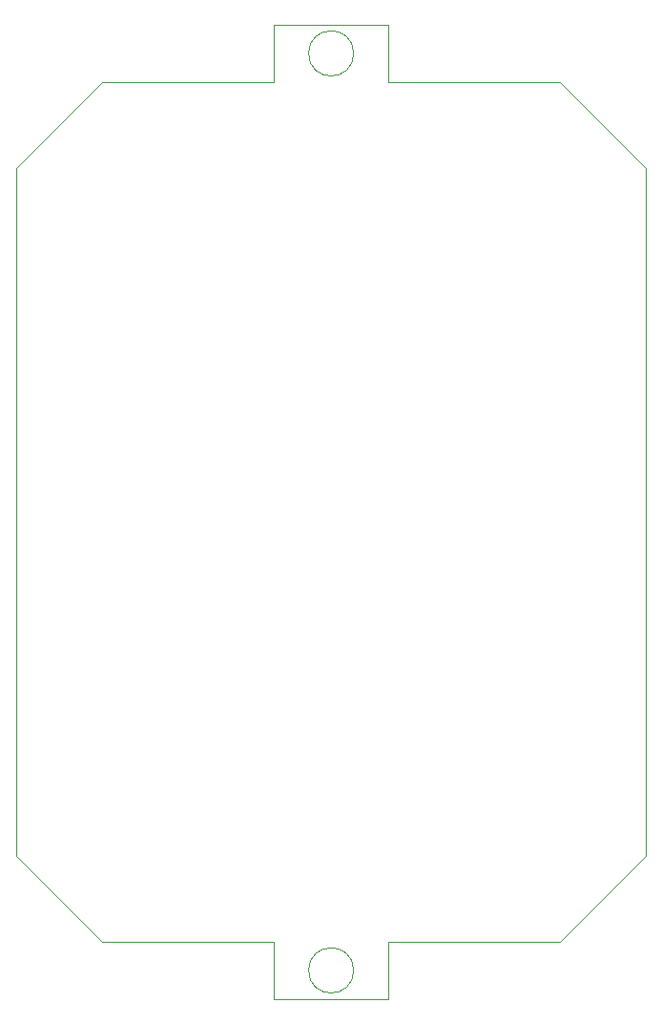
<source format=gbr>
%TF.GenerationSoftware,KiCad,Pcbnew,7.0.1-0*%
%TF.CreationDate,2023-04-24T12:32:45-04:00*%
%TF.ProjectId,tempLogger_clientPCB,74656d70-4c6f-4676-9765-725f636c6965,rev?*%
%TF.SameCoordinates,Original*%
%TF.FileFunction,Profile,NP*%
%FSLAX46Y46*%
G04 Gerber Fmt 4.6, Leading zero omitted, Abs format (unit mm)*
G04 Created by KiCad (PCBNEW 7.0.1-0) date 2023-04-24 12:32:45*
%MOMM*%
%LPD*%
G01*
G04 APERTURE LIST*
%TA.AperFunction,Profile*%
%ADD10C,0.100000*%
%TD*%
G04 APERTURE END LIST*
D10*
X134620000Y-53340000D02*
X149860000Y-53340000D01*
X157480000Y-60960000D01*
X157480000Y-121920000D01*
X149860000Y-129540000D01*
X134620000Y-129540000D01*
X134620000Y-134620000D01*
X124460000Y-134620000D01*
X124460000Y-129540000D01*
X109220000Y-129540000D01*
X101600000Y-121920000D01*
X101600000Y-60960000D01*
X109220000Y-53340000D01*
X124460000Y-53340000D01*
X124460000Y-48260000D01*
X134620000Y-48260000D01*
X134620000Y-53340000D01*
X131540000Y-50800000D02*
G75*
G03*
X131540000Y-50800000I-2000000J0D01*
G01*
X131540000Y-132080000D02*
G75*
G03*
X131540000Y-132080000I-2000000J0D01*
G01*
M02*

</source>
